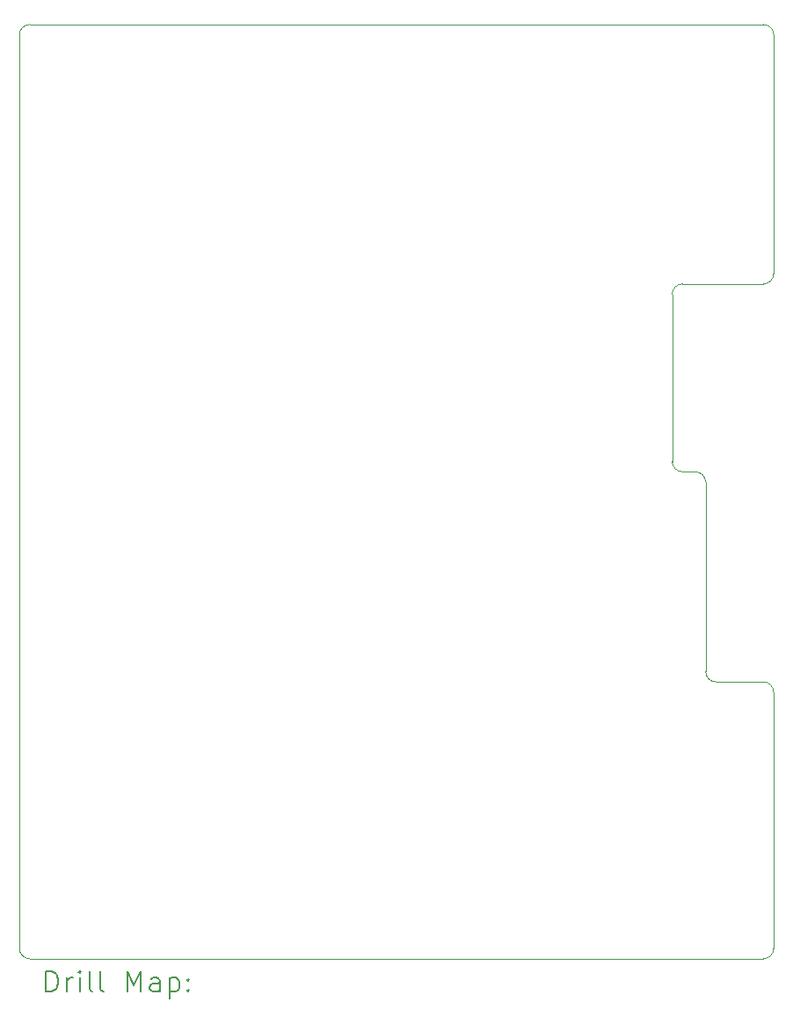
<source format=gbr>
%TF.GenerationSoftware,KiCad,Pcbnew,7.0.8*%
%TF.CreationDate,2024-04-19T19:44:56-04:00*%
%TF.ProjectId,Aero_PDB,4165726f-5f50-4444-922e-6b696361645f,rev?*%
%TF.SameCoordinates,Original*%
%TF.FileFunction,Drillmap*%
%TF.FilePolarity,Positive*%
%FSLAX45Y45*%
G04 Gerber Fmt 4.5, Leading zero omitted, Abs format (unit mm)*
G04 Created by KiCad (PCBNEW 7.0.8) date 2024-04-19 19:44:56*
%MOMM*%
%LPD*%
G01*
G04 APERTURE LIST*
%ADD10C,0.100000*%
%ADD11C,0.200000*%
G04 APERTURE END LIST*
D10*
X5989320Y-5345100D02*
X5989320Y-14136700D01*
X13153720Y-7741920D02*
G75*
G03*
X13253720Y-7641920I0J100000D01*
G01*
X12275820Y-9450400D02*
G75*
G03*
X12375820Y-9550400I100000J0D01*
G01*
X13153720Y-11572240D02*
X12698400Y-11572240D01*
X13253720Y-11672240D02*
G75*
G03*
X13153720Y-11572240I-100000J0D01*
G01*
X12375820Y-9550400D02*
X12498400Y-9550400D01*
X12275820Y-9450400D02*
X12275820Y-7841920D01*
X12375820Y-7741920D02*
G75*
G03*
X12275820Y-7841920I0J-100000D01*
G01*
X6089320Y-14236700D02*
X13153720Y-14236700D01*
X13153720Y-5245100D02*
X6089320Y-5245100D01*
X6089320Y-5245100D02*
G75*
G03*
X5989320Y-5345100I0J-100000D01*
G01*
X12598400Y-11472240D02*
G75*
G03*
X12698400Y-11572240I100000J0D01*
G01*
X12598400Y-9650400D02*
G75*
G03*
X12498400Y-9550400I-100000J0D01*
G01*
X13253720Y-5345100D02*
G75*
G03*
X13153720Y-5245100I-100000J0D01*
G01*
X12598400Y-11472240D02*
X12598400Y-9650400D01*
X12375820Y-7741920D02*
X13153720Y-7741920D01*
X13253720Y-14136700D02*
X13253720Y-11672240D01*
X5989320Y-14136700D02*
G75*
G03*
X6089320Y-14236700I100000J0D01*
G01*
X13253720Y-7641920D02*
X13253720Y-5345100D01*
X13153720Y-14236700D02*
G75*
G03*
X13253720Y-14136700I0J100000D01*
G01*
D11*
X6245097Y-14553184D02*
X6245097Y-14353184D01*
X6245097Y-14353184D02*
X6292716Y-14353184D01*
X6292716Y-14353184D02*
X6321287Y-14362708D01*
X6321287Y-14362708D02*
X6340335Y-14381755D01*
X6340335Y-14381755D02*
X6349859Y-14400803D01*
X6349859Y-14400803D02*
X6359382Y-14438898D01*
X6359382Y-14438898D02*
X6359382Y-14467469D01*
X6359382Y-14467469D02*
X6349859Y-14505565D01*
X6349859Y-14505565D02*
X6340335Y-14524612D01*
X6340335Y-14524612D02*
X6321287Y-14543660D01*
X6321287Y-14543660D02*
X6292716Y-14553184D01*
X6292716Y-14553184D02*
X6245097Y-14553184D01*
X6445097Y-14553184D02*
X6445097Y-14419850D01*
X6445097Y-14457946D02*
X6454621Y-14438898D01*
X6454621Y-14438898D02*
X6464144Y-14429374D01*
X6464144Y-14429374D02*
X6483192Y-14419850D01*
X6483192Y-14419850D02*
X6502240Y-14419850D01*
X6568906Y-14553184D02*
X6568906Y-14419850D01*
X6568906Y-14353184D02*
X6559382Y-14362708D01*
X6559382Y-14362708D02*
X6568906Y-14372231D01*
X6568906Y-14372231D02*
X6578430Y-14362708D01*
X6578430Y-14362708D02*
X6568906Y-14353184D01*
X6568906Y-14353184D02*
X6568906Y-14372231D01*
X6692716Y-14553184D02*
X6673668Y-14543660D01*
X6673668Y-14543660D02*
X6664144Y-14524612D01*
X6664144Y-14524612D02*
X6664144Y-14353184D01*
X6797478Y-14553184D02*
X6778430Y-14543660D01*
X6778430Y-14543660D02*
X6768906Y-14524612D01*
X6768906Y-14524612D02*
X6768906Y-14353184D01*
X7026049Y-14553184D02*
X7026049Y-14353184D01*
X7026049Y-14353184D02*
X7092716Y-14496041D01*
X7092716Y-14496041D02*
X7159382Y-14353184D01*
X7159382Y-14353184D02*
X7159382Y-14553184D01*
X7340335Y-14553184D02*
X7340335Y-14448422D01*
X7340335Y-14448422D02*
X7330811Y-14429374D01*
X7330811Y-14429374D02*
X7311763Y-14419850D01*
X7311763Y-14419850D02*
X7273668Y-14419850D01*
X7273668Y-14419850D02*
X7254621Y-14429374D01*
X7340335Y-14543660D02*
X7321287Y-14553184D01*
X7321287Y-14553184D02*
X7273668Y-14553184D01*
X7273668Y-14553184D02*
X7254621Y-14543660D01*
X7254621Y-14543660D02*
X7245097Y-14524612D01*
X7245097Y-14524612D02*
X7245097Y-14505565D01*
X7245097Y-14505565D02*
X7254621Y-14486517D01*
X7254621Y-14486517D02*
X7273668Y-14476993D01*
X7273668Y-14476993D02*
X7321287Y-14476993D01*
X7321287Y-14476993D02*
X7340335Y-14467469D01*
X7435573Y-14419850D02*
X7435573Y-14619850D01*
X7435573Y-14429374D02*
X7454621Y-14419850D01*
X7454621Y-14419850D02*
X7492716Y-14419850D01*
X7492716Y-14419850D02*
X7511763Y-14429374D01*
X7511763Y-14429374D02*
X7521287Y-14438898D01*
X7521287Y-14438898D02*
X7530811Y-14457946D01*
X7530811Y-14457946D02*
X7530811Y-14515088D01*
X7530811Y-14515088D02*
X7521287Y-14534136D01*
X7521287Y-14534136D02*
X7511763Y-14543660D01*
X7511763Y-14543660D02*
X7492716Y-14553184D01*
X7492716Y-14553184D02*
X7454621Y-14553184D01*
X7454621Y-14553184D02*
X7435573Y-14543660D01*
X7616525Y-14534136D02*
X7626049Y-14543660D01*
X7626049Y-14543660D02*
X7616525Y-14553184D01*
X7616525Y-14553184D02*
X7607002Y-14543660D01*
X7607002Y-14543660D02*
X7616525Y-14534136D01*
X7616525Y-14534136D02*
X7616525Y-14553184D01*
X7616525Y-14429374D02*
X7626049Y-14438898D01*
X7626049Y-14438898D02*
X7616525Y-14448422D01*
X7616525Y-14448422D02*
X7607002Y-14438898D01*
X7607002Y-14438898D02*
X7616525Y-14429374D01*
X7616525Y-14429374D02*
X7616525Y-14448422D01*
M02*

</source>
